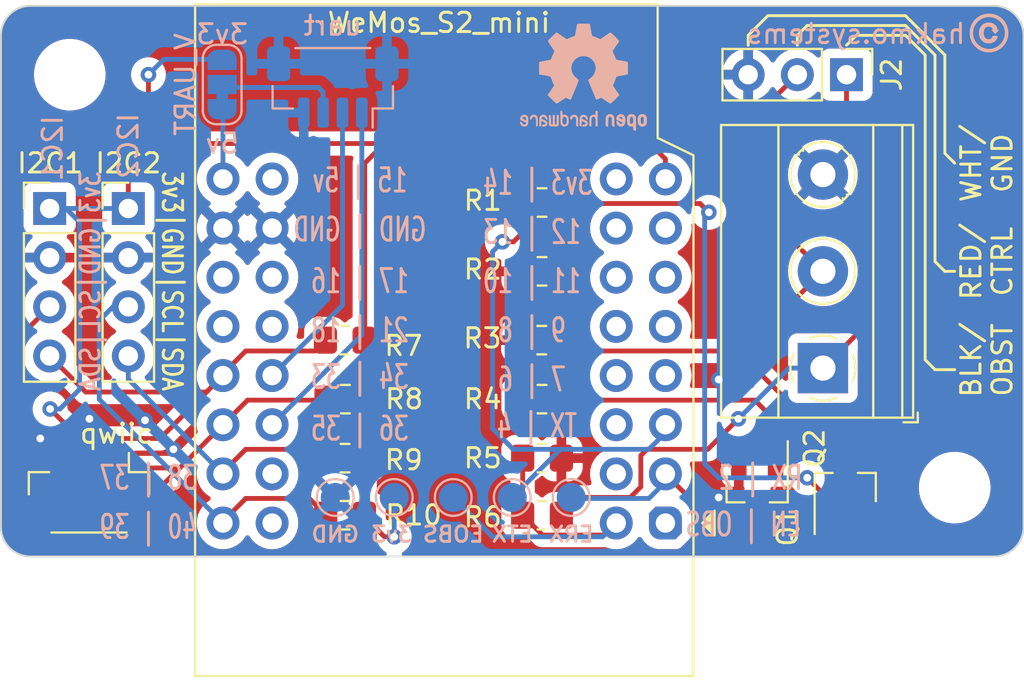
<source format=kicad_pcb>
(kicad_pcb (version 20221018) (generator pcbnew)
  (layers (0 "F.Cu" signal) (31 "B.Cu" signal) (34 "B.Paste" user) (35 "F.Paste" user) (36 "B.SilkS" user "B.Silkscreen") (37 "F.SilkS" user "F.Silkscreen") (38 "B.Mask" user) (39 "F.Mask" user) (44 "Edge.Cuts" user))
  (net 0 "")
  (net 1 "BLK{slash}OBST")
  (net 2 "RED{slash}CTRL")
  (net 3 "GND")
  (net 4 "/SCL")
  (net 5 "/SDA")
  (net 6 "+3.3V")
  (net 7 "/SCL2")
  (net 8 "/SDA2")
  (net 9 "Net-(Q1-G)")
  (net 10 "/ESP_RX")
  (net 11 "Net-(Q2-G)")
  (net 12 "/ESP_TX")
  (net 13 "/ESP_OBST")
  (net 19 "+5V")
  (net 32 "/UART_TX")
  (net 33 "/UART_RX")
  (net 36 "/V_UART")
  (footprint "Resistor_SMD:R_0805_2012Metric_Pad1.20x1.40mm_HandSolder" (layer "F.Cu") (at 121.936 106.582 180)
    (fp_text reference "R6" (at 3.064 -0.098) (layer "F.SilkS"))
    (fp_text value "10k")
    (pad "1" smd roundrect (at -1 0 180) (size 1.2 1.4) (layers "F.Cu" "F.Paste" "F.Mask") (roundrect_rratio 0.2083333333) (net 1 "BLK{slash}OBST"))
    (pad "2" smd roundrect (at 1 0 180) (size 1.2 1.4) (layers "F.Cu" "F.Paste" "F.Mask") (roundrect_rratio 0.2083333333) (net 13 "/ESP_OBST"))
  )
  (footprint "Resistor_SMD:R_0805_2012Metric_Pad1.20x1.40mm_HandSolder" (layer "F.Cu") (at 121.936 100.584)
    (fp_text reference "R4" (at -3.064 0) (layer "F.SilkS"))
    (fp_text value "10k")
    (pad "1" smd roundrect (at -1 0) (size 1.2 1.4) (layers "F.Cu" "F.Paste" "F.Mask") (roundrect_rratio 0.2083333333) (net 2 "RED{slash}CTRL"))
    (pad "2" smd roundrect (at 1 0) (size 1.2 1.4) (layers "F.Cu" "F.Paste" "F.Mask") (roundrect_rratio 0.2083333333) (net 9 "Net-(Q1-G)"))
  )
  (footprint "MountingHole:MountingHole_3.2mm_M3" (layer "F.Cu") (at 97.536 83.82)
    (fp_text reference "H1" hide)
    (fp_text value "MountingHole" hide)
    (pad "" np_thru_hole circle (at 0 0) (size 3.2 3.2) (drill 3.2) (layers "*.Cu" "*.Mask"))
  )
  (footprint "Resistor_SMD:R_0805_2012Metric_Pad1.20x1.40mm_HandSolder" (layer "F.Cu") (at 111.76 106.582)
    (fp_text reference "R10" (at 3.54 0) (layer "F.SilkS"))
    (fp_text value "4k7")
    (pad "1" smd roundrect (at -1 0) (size 1.2 1.4) (layers "F.Cu" "F.Paste" "F.Mask") (roundrect_rratio 0.2083333333) (net 7 "/SCL2"))
    (pad "2" smd roundrect (at 1 0) (size 1.2 1.4) (layers "F.Cu" "F.Paste" "F.Mask") (roundrect_rratio 0.2083333333) (net 6 "+3.3V"))
  )
  (footprint "Resistor_SMD:R_0805_2012Metric_Pad1.20x1.40mm_HandSolder" (layer "F.Cu") (at 121.92 97.536)
    (fp_text reference "R3" (at -3.064 -0.098) (layer "F.SilkS"))
    (fp_text value "10k")
    (pad "1" smd roundrect (at -1 0) (size 1.2 1.4) (layers "F.Cu" "F.Paste" "F.Mask") (roundrect_rratio 0.2083333333) (net 3 "GND"))
    (pad "2" smd roundrect (at 1 0) (size 1.2 1.4) (layers "F.Cu" "F.Paste" "F.Mask") (roundrect_rratio 0.2083333333) (net 2 "RED{slash}CTRL"))
  )
  (footprint "Resistor_SMD:R_0805_2012Metric_Pad1.20x1.40mm_HandSolder" (layer "F.Cu") (at 121.936 93.98 180)
    (fp_text reference "R2" (at 3.064 0.098) (layer "F.SilkS"))
    (fp_text value "10k")
    (pad "1" smd roundrect (at -1 0 180) (size 1.2 1.4) (layers "F.Cu" "F.Paste" "F.Mask") (roundrect_rratio 0.2083333333) (net 12 "/ESP_TX"))
    (pad "2" smd roundrect (at 1 0 180) (size 1.2 1.4) (layers "F.Cu" "F.Paste" "F.Mask") (roundrect_rratio 0.2083333333) (net 3 "GND"))
  )
  (footprint "MountingHole:MountingHole_3.2mm_M3" (layer "F.Cu") (at 143.256 105.156)
    (fp_text reference "H2" hide)
    (fp_text value "MountingHole" hide)
    (pad "" np_thru_hole circle (at 0 0) (size 3.2 3.2) (drill 3.2) (layers "*.Cu" "*.Mask"))
  )
  (footprint "Resistor_SMD:R_0805_2012Metric_Pad1.20x1.40mm_HandSolder" (layer "F.Cu") (at 111.744 97.536)
    (fp_text reference "R7" (at 3.032 0.294) (layer "F.SilkS"))
    (fp_text value "4k7")
    (pad "1" smd roundrect (at -1 0) (size 1.2 1.4) (layers "F.Cu" "F.Paste" "F.Mask") (roundrect_rratio 0.2083333333) (net 5 "/SDA"))
    (pad "2" smd roundrect (at 1 0) (size 1.2 1.4) (layers "F.Cu" "F.Paste" "F.Mask") (roundrect_rratio 0.2083333333) (net 6 "+3.3V"))
  )
  (footprint "Resistor_SMD:R_0805_2012Metric_Pad1.20x1.40mm_HandSolder" (layer "F.Cu") (at 121.936 90.424 180)
    (fp_text reference "R1" (at 3.064 0.098) (layer "F.SilkS"))
    (fp_text value "1k")
    (pad "1" smd roundrect (at -1 0 180) (size 1.2 1.4) (layers "F.Cu" "F.Paste" "F.Mask") (roundrect_rratio 0.2083333333) (net 11 "Net-(Q2-G)"))
    (pad "2" smd roundrect (at 1 0 180) (size 1.2 1.4) (layers "F.Cu" "F.Paste" "F.Mask") (roundrect_rratio 0.2083333333) (net 12 "/ESP_TX"))
  )
  (footprint "TerminalBlock_Phoenix:TerminalBlock_Phoenix_MKDS-1,5-3_1x03_P5.00mm_Horizontal" (layer "F.Cu") (at 136.449 98.98 90)
    (fp_text reference "J1" hide)
    (fp_text value "Screw_Terminal_01x03" hide)
    (pad "1" thru_hole rect (at 0 0 90) (size 2.6 2.6) (drill 1.3) (layers "*.Cu" "*.Mask") (net 1 "BLK{slash}OBST"))
    (pad "2" thru_hole circle (at 5 0 90) (size 2.6 2.6) (drill 1.3) (layers "*.Cu" "*.Mask") (net 2 "RED{slash}CTRL"))
    (pad "3" thru_hole circle (at 10 0 90) (size 2.6 2.6) (drill 1.3) (layers "*.Cu" "*.Mask") (net 3 "GND"))
  )
  (footprint "Package_TO_SOT_SMD:SOT-23_Handsoldering" (layer "F.Cu") (at 137.602 105.156 90)
    (fp_text reference "Q2" (at 2.032 -1.59 90) (layer "F.SilkS"))
    (fp_text value "AO3400A")
    (pad "1" smd rect (at -1.5 -0.95 90) (size 1.9 0.8) (layers "F.Cu" "F.Paste" "F.Mask") (net 11 "Net-(Q2-G)"))
    (pad "2" smd rect (at -1.5 0.95 90) (size 1.9 0.8) (layers "F.Cu" "F.Paste" "F.Mask") (net 3 "GND"))
    (pad "3" smd rect (at 1.5 0 90) (size 1.9 0.8) (layers "F.Cu" "F.Paste" "F.Mask") (net 2 "RED{slash}CTRL"))
  )
  (footprint "Connector_PinHeader_2.54mm:PinHeader_1x04_P2.54mm_Vertical" (layer "F.Cu") (at 96.496 90.733)
    (fp_text reference "J4" hide)
    (fp_text value "I2C1" (at 0.024 -2.341) (layer "F.SilkS"))
    (pad "1" thru_hole rect (at 0 0) (size 1.7 1.7) (drill 1) (layers "*.Cu" "*.Mask") (net 6 "+3.3V"))
    (pad "2" thru_hole oval (at 0 2.54) (size 1.7 1.7) (drill 1) (layers "*.Cu" "*.Mask") (net 3 "GND"))
    (pad "3" thru_hole oval (at 0 5.08) (size 1.7 1.7) (drill 1) (layers "*.Cu" "*.Mask") (net 4 "/SCL"))
    (pad "4" thru_hole oval (at 0 7.62) (size 1.7 1.7) (drill 1) (layers "*.Cu" "*.Mask") (net 5 "/SDA"))
  )
  (footprint "Resistor_SMD:R_0805_2012Metric_Pad1.20x1.40mm_HandSolder" (layer "F.Cu") (at 111.76 103.632)
    (fp_text reference "R9" (at 3.032 0.098) (layer "F.SilkS"))
    (fp_text value "4k7")
    (pad "1" smd roundrect (at -1 0) (size 1.2 1.4) (layers "F.Cu" "F.Paste" "F.Mask") (roundrect_rratio 0.2083333333) (net 8 "/SDA2"))
    (pad "2" smd roundrect (at 1 0) (size 1.2 1.4) (layers "F.Cu" "F.Paste" "F.Mask") (roundrect_rratio 0.2083333333) (net 6 "+3.3V"))
  )
  (footprint "Connector_PinHeader_2.54mm:PinHeader_1x03_P2.54mm_Vertical" (layer "F.Cu") (at 137.668 83.82 -90)
    (fp_text reference "J2" (at 0 -2.33 90) (layer "F.SilkS"))
    (fp_text value "Pinheader_01x03" hide)
    (pad "1" thru_hole rect (at 0 0 270) (size 1.7 1.7) (drill 1) (layers "*.Cu" "*.Mask") (net 1 "BLK{slash}OBST"))
    (pad "2" thru_hole oval (at 0 2.54 270) (size 1.7 1.7) (drill 1) (layers "*.Cu" "*.Mask") (net 2 "RED{slash}CTRL"))
    (pad "3" thru_hole oval (at 0 5.08 270) (size 1.7 1.7) (drill 1) (layers "*.Cu" "*.Mask") (net 3 "GND"))
  )
  (footprint "Resistor_SMD:R_0805_2012Metric_Pad1.20x1.40mm_HandSolder" (layer "F.Cu") (at 121.936 103.632)
    (fp_text reference "R5" (at -3.064 0) (layer "F.SilkS"))
    (fp_text value "10k")
    (pad "1" smd roundrect (at -1 0) (size 1.2 1.4) (layers "F.Cu" "F.Paste" "F.Mask") (roundrect_rratio 0.2083333333) (net 13 "/ESP_OBST"))
    (pad "2" smd roundrect (at 1 0) (size 1.2 1.4) (layers "F.Cu" "F.Paste" "F.Mask") (roundrect_rratio 0.2083333333) (net 3 "GND"))
  )
  (footprint "footprints:WEMOS_S2_mini" (layer "F.Cu") (at 128.3105 106.986 180)
    (fp_text reference "U1" hide)
    (fp_text value "WeMos_S2_mini" (at 11.7 25.85) (layer "F.SilkS"))
    (pad "1" thru_hole roundrect (at 0 0 180) (size 1.7 1.7) (drill 1) (layers "*.Cu" "*.Mask") (roundrect_rratio 0.35) (chamfer_ratio 0.2) (chamfer top_left bottom_right))
    (pad "2" thru_hole circle (at 0 2.54 180) (size 1.7 1.7) (drill 1) (layers "*.Cu" "*.Mask") (net 10 "/ESP_RX"))
    (pad "3" thru_hole circle (at 0 5.08 180) (size 1.7 1.7) (drill 1) (layers "*.Cu" "*.Mask") (net 12 "/ESP_TX"))
    (pad "4" thru_hole circle (at 0 7.62 180) (size 1.7 1.7) (drill 1) (layers "*.Cu" "*.Mask"))
    (pad "5" thru_hole circle (at 0 10.16 180) (size 1.7 1.7) (drill 1) (layers "*.Cu" "*.Mask"))
    (pad "6" thru_hole circle (at 0 12.7 180) (size 1.7 1.7) (drill 1) (layers "*.Cu" "*.Mask"))
    (pad "7" thru_hole circle (at 0 15.24 180) (size 1.7 1.7) (drill 1) (layers "*.Cu" "*.Mask"))
    (pad "8" thru_hole circle (at 0 17.78 180) (size 1.7 1.7) (drill 1) (layers "*.Cu" "*.Mask") (net 6 "+3.3V"))
    (pad "9" thru_hole circle (at 22.86 17.78 180) (size 1.7 1.7) (drill 1) (layers "*.Cu" "*.Mask") (net 19 "+5V"))
    (pad "10" thru_hole circle (at 22.86 15.24 180) (size 1.7 1.7) (drill 1) (layers "*.Cu" "*.Mask") (net 3 "GND"))
    (pad "11" thru_hole circle (at 22.86 12.7 180) (size 1.7 1.7) (drill 1) (layers "*.Cu" "*.Mask"))
    (pad "12" thru_hole circle (at 22.86 10.16 180) (size 1.7 1.7) (drill 1) (layers "*.Cu" "*.Mask"))
    (pad "13" thru_hole circle (at 22.86 7.62 180) (size 1.7 1.7) (drill 1) (layers "*.Cu" "*.Mask") (net 5 "/SDA"))
    (pad "14" thru_hole circle (at 22.86 5.08 180) (size 1.7 1.7) (drill 1) (layers "*.Cu" "*.Mask") (net 4 "/SCL"))
    (pad "15" thru_hole circle (at 22.86 2.54 180) (size 1.7 1.7) (drill 1) (layers "*.Cu" "*.Mask") (net 8 "/SDA2"))
    (pad "16" thru_hole circle (at 22.86 0 180) (size 1.7 1.7) (drill 1) (layers "*.Cu" "*.Mask") (net 7 "/SCL2"))
    (pad "17" thru_hole circle (at 2.54 0 180) (size 1.7 1.7) (drill 1) (layers "*.Cu" "*.Mask") (net 13 "/ESP_OBST"))
    (pad "18" thru_hole circle (at 2.54 2.54 180) (size 1.7 1.7) (drill 1) (layers "*.Cu" "*.Mask"))
    (pad "19" thru_hole circle (at 2.54 5.08 180) (size 1.7 1.7) (drill 1) (layers "*.Cu" "*.Mask"))
    (pad "20" thru_hole circle (at 2.54 7.62 180) (size 1.7 1.7) (drill 1) (layers "*.Cu" "*.Mask"))
    (pad "21" thru_hole circle (at 2.54 10.16 180) (size 1.7 1.7) (drill 1) (layers "*.Cu" "*.Mask"))
    (pad "22" thru_hole circle (at 2.54 12.7 180) (size 1.7 1.7) (drill 1) (layers "*.Cu" "*.Mask"))
    (pad "23" thru_hole circle (at 2.54 15.24 180) (size 1.7 1.7) (drill 1) (layers "*.Cu" "*.Mask"))
    (pad "24" thru_hole circle (at 2.54 17.78 180) (size 1.7 1.7) (drill 1) (layers "*.Cu" "*.Mask"))
    (pad "25" thru_hole circle (at 20.32 17.78 180) (size 1.7 1.7) (drill 1) (layers "*.Cu" "*.Mask"))
    (pad "26" thru_hole circle (at 20.32 15.24 180) (size 1.7 1.7) (drill 1) (layers "*.Cu" "*.Mask") (net 3 "GND"))
    (pad "27" thru_hole circle (at 20.32 12.7 180) (size 1.7 1.7) (drill 1) (layers "*.Cu" "*.Mask"))
    (pad "28" thru_hole circle (at 20.32 10.16 180) (size 1.7 1.7) (drill 1) (layers "*.Cu" "*.Mask"))
    (pad "29" thru_hole circle (at 20.32 7.62 180) (size 1.7 1.7) (drill 1) (layers "*.Cu" "*.Mask") (net 32 "/UART_TX"))
    (pad "30" thru_hole circle (at 20.32 5.08 180) (size 1.7 1.7) (drill 1) (layers "*.Cu" "*.Mask") (net 33 "/UART_RX"))
    (pad "31" thru_hole circle (at 20.32 2.54 180) (size 1.7 1.7) (drill 1) (layers "*.Cu" "*.Mask"))
    (pad "32" thru_hole circle (at 20.32 0 180) (size 1.7 1.7) (drill 1) (layers "*.Cu" "*.Mask"))
    (zone (net 0) (net_name "") (layers "F&B.Cu" "F.Fab") (connect_pads (clearance 0)) (min_thickness 0.25)
      (keepout (tracks not_allowed) (vias not_allowed) (pads not_allowed) (copperpour not_allowed) (footprints allowed))
      (fill (thermal_gap 0.5) (thermal_bridge_width 0.5))
      (polygon (pts (xy 129.8105 114.986) (xy 103.9105 114.986) (xy 103.9105 108.786) (xy 129.8105 108.786)))
    )
  )
  (footprint "Connector_PinHeader_2.54mm:PinHeader_1x04_P2.54mm_Vertical" (layer "F.Cu") (at 100.56 90.733)
    (fp_text reference "J5" hide)
    (fp_text value "I2C2" (at 0 -2.341) (layer "F.SilkS"))
    (pad "1" thru_hole rect (at 0 0) (size 1.7 1.7) (drill 1) (layers "*.Cu" "*.Mask") (net 6 "+3.3V"))
    (pad "2" thru_hole oval (at 0 2.54) (size 1.7 1.7) (drill 1) (layers "*.Cu" "*.Mask") (net 3 "GND"))
    (pad "3" thru_hole oval (at 0 5.08) (size 1.7 1.7) (drill 1) (layers "*.Cu" "*.Mask") (net 7 "/SCL2"))
    (pad "4" thru_hole oval (at 0 7.62) (size 1.7 1.7) (drill 1) (layers "*.Cu" "*.Mask") (net 8 "/SDA2"))
  )
  (footprint "Resistor_SMD:R_0805_2012Metric_Pad1.20x1.40mm_HandSolder" (layer "F.Cu") (at 111.776 100.584 180)
    (fp_text reference "R8" (at -3.032 0) (layer "F.SilkS"))
    (fp_text value "4k7")
    (pad "1" smd roundrect (at -1 0 180) (size 1.2 1.4) (layers "F.Cu" "F.Paste" "F.Mask") (roundrect_rratio 0.2083333333) (net 6 "+3.3V"))
    (pad "2" smd roundrect (at 1 0 180) (size 1.2 1.4) (layers "F.Cu" "F.Paste" "F.Mask") (roundrect_rratio 0.2083333333) (net 4 "/SCL"))
  )
  (footprint "Package_TO_SOT_SMD:SOT-23_Handsoldering" (layer "F.Cu") (at 133.052 105.156 -90)
    (fp_text reference "Q1" (at 2.032 -1.568 -90) (layer "F.SilkS"))
    (fp_text value "2N7002")
    (pad "1" smd rect (at -1.5 -0.95 270) (size 1.9 0.8) (layers "F.Cu" "F.Paste" "F.Mask") (net 9 "Net-(Q1-G)"))
    (pad "2" smd rect (at -1.5 0.95 270) (size 1.9 0.8) (layers "F.Cu" "F.Paste" "F.Mask") (net 3 "GND"))
    (pad "3" smd rect (at 1.5 0 270) (size 1.9 0.8) (layers "F.Cu" "F.Paste" "F.Mask") (net 10 "/ESP_RX"))
  )
  (footprint "Connector_JST:JST_SH_BM04B-SRSS-TB_1x04-1MP_P1.00mm_Vertical" (layer "F.Cu") (at 98.528 105.465 180)
    (fp_text reference "J3" hide)
    (fp_text value "qwiic" (at -1.421 3.103) (layer "F.SilkS"))
    (pad "1" smd roundrect (at -1.5 1.325 180) (size 0.6 1.55) (layers "F.Cu" "F.Paste" "F.Mask") (net 4 "/SCL"))
    (pad "2" smd roundrect (at -0.5 1.325 180) (size 0.6 1.55) (layers "F.Cu" "F.Paste" "F.Mask") (net 5 "/SDA"))
    (pad "3" smd roundrect (at 0.5 1.325 180) (size 0.6 1.55) (layers "F.Cu" "F.Paste" "F.Mask") (net 6 "+3.3V"))
    (pad "4" smd roundrect (at 1.5 1.325 180) (size 0.6 1.55) (layers "F.Cu" "F.Paste" "F.Mask") (net 3 "GND"))
    (pad "MP" smd roundrect (at -2.8 -1.2 180) (size 1.2 1.8) (layers "F.Cu" "F.Paste" "F.Mask") (roundrect_rratio 0.2083333333) (net 3 "GND"))
    (pad "MP" smd roundrect (at 2.8 -1.2 180) (size 1.2 1.8) (layers "F.Cu" "F.Paste" "F.Mask") (roundrect_rratio 0.2083333333) (net 3 "GND"))
  )
  (footprint "Connector_JST:JST_SH_BM04B-SRSS-TB_1x04-1MP_P1.00mm_Vertical" (layer "B.Cu") (at 111.125 84.455 180)
    (fp_text reference "J6" hide)
    (fp_text value "uart" (at 0 3.175) (layer "B.SilkS") (effects (justify mirror)))
    (pad "1" smd roundrect (at -1.5 -1.325 180) (size 0.6 1.55) (layers "B.Cu" "B.Paste" "B.Mask") (net 33 "/UART_RX"))
    (pad "2" smd roundrect (at -0.5 -1.325 180) (size 0.6 1.55) (layers "B.Cu" "B.Paste" "B.Mask") (net 32 "/UART_TX"))
    (pad "3" smd roundrect (at 0.5 -1.325 180) (size 0.6 1.55) (layers "B.Cu" "B.Paste" "B.Mask") (net 36 "/V_UART"))
    (pad "4" smd roundrect (at 1.5 -1.325 180) (size 0.6 1.55) (layers "B.Cu" "B.Paste" "B.Mask") (net 3 "GND"))
    (pad "MP" smd roundrect (at -2.8 1.2 180) (size 1.2 1.8) (layers "B.Cu" "B.Paste" "B.Mask") (roundrect_rratio 0.2083333333) (net 3 "GND"))
    (pad "MP" smd roundrect (at 2.8 1.2 180) (size 1.2 1.8) (layers "B.Cu" "B.Paste" "B.Mask") (roundrect_rratio 0.2083333333) (net 3 "GND"))
  )
  (footprint "TestPoint:TestPoint_Pad_D1.5mm" (layer "B.Cu") (at 111.252 105.664 -90)
    (fp_text reference "TP5" hide)
    (fp_text value "GND" (at 1.905 0 -180) (layer "B.SilkS") (effects (font (size 0.8 0.8)) (justify mirror)))
    (pad "1" smd circle (at 0 0 270) (size 1.5 1.5) (layers "B.Cu" "B.Mask") (net 3 "GND"))
  )
  (footprint "TestPoint:TestPoint_Pad_D1.5mm" (layer "B.Cu") (at 120.396 105.664 -90)
    (fp_text reference "TP1" hide)
    (fp_text value "ETX" (at 1.905 0 180) (layer "B.SilkS") (effects (font (size 0.8 0.8)) (justify mirror)))
    (pad "1" smd circle (at 0 0 270) (size 1.5 1.5) (layers "B.Cu" "B.Mask") (net 12 "/ESP_TX"))
  )
  (footprint "modules:CC-SA-2mm" (layer "B.Cu") (at 145.034 81.661 180)
    (fp_text reference "G***" hide)
    (fp_text value "LOGO" hide)
  )
  (footprint "TestPoint:TestPoint_Pad_D1.5mm" (layer "B.Cu") (at 117.348 105.664 -90)
    (fp_text reference "TP3" hide)
    (fp_text value "EOBS" (at 1.905 0 180) (layer "B.SilkS") (effects (font (size 0.8 0.8)) (justify mirror)))
    (pad "1" smd circle (at 0 0 270) (size 1.5 1.5) (layers "B.Cu" "B.Mask") (net 13 "/ESP_OBST"))
  )
  (footprint "Jumper:SolderJumper-3_P1.3mm_Bridged12_RoundedPad1.0x1.5mm_NumberLabels" (layer "B.Cu") (at 105.41 84.328 90)
    (fp_text reference "JP1" hide)
    (fp_text value "V_UART" (at 0 -1.9 90) (layer "B.SilkS") (effects (justify mirror)))
    (fp_text user "5v" (at -3.048 0 180) (layer "B.SilkS") (effects (justify mirror)))
    (fp_text user "3v3" (at 2.6 0 180) (layer "B.SilkS") (effects (justify mirror)))
    (fp_poly (pts (xy -0.9 0.3) (xy -0.4 0.3) (xy -0.4 -0.3) (xy -0.9 -0.3)) (fill solid) (layer "B.Cu"))
    (pad "1" smd custom (at -1.3 0 90) (size 1 0.5) (layers "B.Cu" "B.Mask") (net 19 "+5V") (options (clearance outline) (anchor rect)) (primitives (gr_poly (pts (xy 0.55 -0.75) (xy 0 -0.75) (xy 0 0.75) (xy 0.55 0.75)) (width 0) (fill yes)) (gr_circle (center 0 -0.25) (end 0.5 -0.25) (width 0) (fill yes)) (gr_circle (center 0 0.25) (end 0.5 0.25) (width 0) (fill yes))))
    (pad "2" smd rect (at 0 0 90) (size 1 1.5) (layers "B.Cu" "B.Mask") (net 36 "/V_UART"))
    (pad "3" smd custom (at 1.3 0 90) (size 1 0.5) (layers "B.Cu" "B.Mask") (net 6 "+3.3V") (options (clearance outline) (anchor rect)) (primitives (gr_circle (center 0 -0.25) (end 0.5 -0.25) (width 0) (fill yes)) (gr_circle (center 0 0.25) (end 0.5 0.25) (width 0) (fill yes)) (gr_poly (pts (xy 0 -0.75) (xy -0.55 -0.75) (xy -0.55 0.75) (xy 0 0.75)) (width 0) (fill yes))))
  )
  (footprint "TestPoint:TestPoint_Pad_D1.5mm" (layer "B.Cu") (at 123.444 105.664 -90)
    (fp_text reference "TP2" hide)
    (fp_text value "ERX" (at 1.905 0 180) (layer "B.SilkS") (effects (font (size 0.8 0.8)) (justify mirror)))
    (pad "1" smd circle (at 0 0 270) (size 1.5 1.5) (layers "B.Cu" "B.Mask") (net 10 "/ESP_RX"))
  )
  (footprint "Symbol:OSHW-Logo2_7.3x6mm_SilkScreen" (layer "B.Cu") (at 124.079 83.947 180)
    (fp_text reference "REF**" hide)
    (fp_text value "OSHW-Logo2_7.3x6mm_SilkScreen" hide)
  )
  (footprint "TestPoint:TestPoint_Pad_D1.5mm" (layer "B.Cu") (at 114.3 105.664 -90)
    (fp_text reference "TP4" hide)
    (fp_text value "3v3" (at 1.905 0.127 -180) (layer "B.SilkS") (effects (font (size 0.8 0.8)) (justify mirror)))
    (pad "1" smd circle (at 0 0 270) (size 1.5 1.5) (layers "B.Cu" "B.Mask") (net 6 "+3.3V"))
  )
  (gr_line (start 143.256 99.06) (end 142.24 99.06) (stroke (width 0.15)) (layer "F.SilkS"))
  (gr_line (start 142.748 93.98) (end 142.24 93.472) (stroke (width 0.15)) (layer "F.SilkS"))
  (gr_line (start 135.636 81.28) (end 135.128 81.788) (stroke (width 0.15)) (layer "F.SilkS"))
  (gr_line (start 142.748 87.884) (end 142.748 82.804) (stroke (width 0.15)) (layer "F.SilkS"))
  (gr_line (start 142.24 99.06) (end 141.732 98.552) (stroke (width 0.15)) (layer "F.SilkS"))
  (gr_line (start 140.716 81.28) (end 135.636 81.28) (stroke (width 0.15)) (layer "F.SilkS"))
  (gr_line (start 143.256 93.98) (end 142.748 93.98) (stroke (width 0.15)) (layer "F.SilkS"))
  (gr_line (start 141.732 82.804) (end 140.716 81.788) (stroke (width 0.15)) (layer "F.SilkS"))
  (gr_line (start 142.24 82.804) (end 140.716 81.28) (stroke (width 0.15)) (layer "F.SilkS"))
  (gr_line (start 140.716 81.788) (end 138.176 81.788) (stroke (width 0.15)) (layer "F.SilkS"))
  (gr_line (start 142.748 82.804) (end 140.716 80.772) (stroke (width 0.15)) (layer "F.SilkS"))
  (gr_line (start 135.128 81.788) (end 135.128 82.296) (stroke (width 0.15)) (layer "F.SilkS"))
  (gr_line (start 141.732 98.552) (end 141.732 82.804) (stroke (width 0.15)) (layer "F.SilkS"))
  (gr_line (start 143.256 88.392) (end 142.748 87.884) (stroke (width 0.15)) (layer "F.SilkS"))
  (gr_line (start 132.588 81.788) (end 133.604 80.772) (stroke (width 0.15)) (layer "F.SilkS"))
  (gr_line (start 142.24 93.472) (end 142.24 82.804) (stroke (width 0.15)) (layer "F.SilkS"))
  (gr_line (start 132.588 81.788) (end 132.588 82.296) (stroke (width 0.15)) (layer "F.SilkS"))
  (gr_line (start 140.716 80.772) (end 133.604 80.772) (stroke (width 0.15)) (layer "F.SilkS"))
  (gr_line (start 138.176 81.788) (end 137.668 82.296) (stroke (width 0.15)) (layer "F.SilkS"))
  (gr_arc (start 93.98 81.788) (mid 94.426369 80.710369) (end 95.504 80.264) (stroke (width 0.1)) (layer "Edge.Cuts"))
  (gr_line (start 95.504 108.712) (end 145.288 108.712) (stroke (width 0.1)) (layer "Edge.Cuts"))
  (gr_line (start 93.98 81.788) (end 93.98 107.188) (stroke (width 0.1)) (layer "Edge.Cuts"))
  (gr_arc (start 145.288 80.264) (mid 146.365631 80.710369) (end 146.812 81.788) (stroke (width 0.1)) (layer "Edge.Cuts"))
  (gr_arc (start 146.812 107.188) (mid 146.365631 108.265631) (end 145.288 108.712) (stroke (width 0.1)) (layer "Edge.Cuts"))
  (gr_arc (start 95.504 108.712) (mid 94.426369 108.265631) (end 93.98 107.188) (stroke (width 0.1)) (layer "Edge.Cuts"))
  (gr_line (start 145.288 80.264) (end 95.504 80.264) (stroke (width 0.1)) (layer "Edge.Cuts"))
  (gr_line (start 146.812 107.188) (end 146.812 81.788) (stroke (width 0.1)) (layer "Edge.Cuts"))
  (gr_text "TX | 4" (at 121.666 101.981) (layer "B.SilkS") (effects (font (size 1.2 0.8)) (justify mirror)))
  (gr_text "12 | 13" (at 121.412 91.948) (layer "B.SilkS") (effects (font (size 1.2 0.8)) (justify mirror)))
  (gr_text "17 | 16" (at 112.522 94.488) (layer "B.SilkS") (effects (font (size 1.2 0.8)) (justify mirror)))
  (gr_text "GND | GND" (at 112.522 91.821) (layer "B.SilkS") (effects (font (size 1.2 0.8)) (justify mirror)))
  (gr_text "9 | 8" (at 121.412 97.028) (layer "B.SilkS") (effects (font (size 1.2 0.8)) (justify mirror)))
  (gr_text "I2C2" (at 100.56 87.503 90) (layer "B.SilkS") (effects (font (size 1 1)) (justify mirror)))
  (gr_text "38 | 37" (at 101.6 104.648) (layer "B.SilkS") (effects (font (size 1.2 0.8)) (justify mirror)))
  (gr_text "I2C1" (at 96.647 87.63 90) (layer "B.SilkS") (effects (font (size 1 1)) (justify mirror)))
  (gr_text "3v3 | 14 \n" (at 121.412 89.408) (layer "B.SilkS") (effects (font (size 1.2 0.8)) (justify mirror)))
  (gr_text "11 | 10" (at 121.412 94.488) (layer "B.SilkS") (effects (font (size 1.2 0.8)) (justify mirror)))
  (gr_text "21 | 18" (at 112.522 97.028) (layer "B.SilkS") (effects (font (size 1.2 0.8)) (justify mirror)))
  (gr_text "36 | 35" (at 112.522 102.108) (layer "B.SilkS") (effects (font (size 1.2 0.8)) (justify mirror)))
  (gr_text "RX | 2" (at 133.223 104.648) (layer "B.SilkS") (effects (font (size 1.2 0.8)) (justify mirror)))
  (gr_text "34 | 33" (at 112.522 99.441) (layer "B.SilkS") (effects (font (size 1.2 0.8)) (justify mirror)))
  (gr_text "3v3|GND|SCL|SDA" (at 99.187 94.488 90) (layer "B.SilkS") (effects (font (size 1 0.8)) (justify bottom mirror)))
  (gr_text "40 | 39" (at 101.6 107.188) (layer "B.SilkS") (effects (font (size 1.2 0.8)) (justify mirror)))
  (gr_text "15 | 5v" (at 112.522 89.281) (layer "B.SilkS") (effects (font (size 1.2 0.8)) (justify mirror)))
  (gr_text "7 | 6" (at 121.412 99.568) (layer "B.SilkS") (effects (font (size 1.2 0.8)) (justify mirror)))
  (gr_text "EN | OBS" (at 132.334 107.061) (layer "B.SilkS") (effects (font (size 1.2 0.8)) (justify mirror)))
  (gr_text "hakmo.systems" (at 143.891 82.296) (layer "B.SilkS") (effects (font (size 1 1)) (justify left bottom mirror)))
  (gr_text "WHT/\nGND" (at 146.304 88.392 90) (layer "F.SilkS") (effects (font (size 1 1)) (justify bottom)))
  (gr_text "BLK/\nOBST" (at 146.304 98.552 90) (layer "F.SilkS") (effects (font (size 1 1)) (justify bottom)))
  (gr_text "3v3|GND|SCL|SDA" (at 102.235 94.488 270) (layer "F.SilkS") (effects (font (size 1 0.8)) (justify bottom)))
  (gr_text "RED/\nCTRL" (at 146.304 93.472 90) (layer "F.SilkS") (effects (font (size 1 1)) (justify bottom)))
  (segment (start 139.192 86.868) (end 137.668 85.344) (width 0.25) (layer "F.Cu") (net 1))
  (segment (start 137.668 85.344) (end 137.668 83.82) (width 0.25) (layer "F.Cu") (net 1))
  (segment (start 127.361 103.175999) (end 130.504001 103.175999) (width 0.25) (layer "F.Cu") (net 1))
  (segment (start 126.492 105.664) (end 127.040499 105.115501) (width 0.25) (layer "F.Cu") (net 1))
  (segment (start 127.040499 105.115501) (end 127.040499 103.4965) (width 0.25) (layer "F.Cu") (net 1))
  (segment (start 139.192 96.237) (end 139.192 86.868) (width 0.25) (layer "F.Cu") (net 1))
  (segment (start 127.040499 103.4965) (end 127.361 103.175999) (width 0.25) (layer "F.Cu") (net 1))
  (segment (start 123.854 105.664) (end 126.492 105.664) (width 0.25) (layer "F.Cu") (net 1))
  (segment (start 122.936 106.582) (end 123.854 105.664) (width 0.25) (layer "F.Cu") (net 1))
  (segment (start 130.504001 103.175999) (end 132.08 101.6) (width 0.25) (layer "F.Cu") (net 1))
  (segment (start 136.449 98.98) (end 139.192 96.237) (width 0.25) (layer "F.Cu") (net 1))
  (via (at 132.08 101.6) (size 0.8) (drill 0.4) (layers "F.Cu" "B.Cu") (net 1))
  (segment (start 134.7 98.98) (end 136.449 98.98) (width 0.25) (layer "B.Cu") (net 1))
  (segment (start 132.08 101.6) (end 134.7 98.98) (width 0.25) (layer "B.Cu") (net 1))
  (segment (start 132.333001 98.095999) (end 136.449 93.98) (width 0.25) (layer "F.Cu") (net 2))
  (segment (start 122.936 98.552) (end 122.428 99.06) (width 0.25) (layer "F.Cu") (net 2))
  (segment (start 132.333001 98.387001) (end 132.333001 98.095999) (width 0.25) (layer "F.Cu") (net 2))
  (segment (start 120.936 100.044) (end 120.936 100.682) (width 0.25) (layer "F.Cu") (net 2))
  (segment (start 122.936 97.536) (end 123.495999 98.095999) (width 0.25) (layer "F.Cu") (net 2))
  (segment (start 134.112 84.836) (end 134.112 91.643) (width 0.25) (layer "F.Cu") (net 2))
  (segment (start 122.428 99.06) (end 121.92 99.06) (width 0.25) (layer "F.Cu") (net 2))
  (segment (start 135.128 83.82) (end 134.112 84.836) (width 0.25) (layer "F.Cu") (net 2))
  (segment (start 121.92 99.06) (end 120.936 100.044) (width 0.25) (layer "F.Cu") (net 2))
  (segment (start 137.602 103.656) (end 132.333001 98.387001) (width 0.25) (layer "F.Cu") (net 2))
  (segment (start 122.936 97.536) (end 122.936 98.552) (width 0.25) (layer "F.Cu") (net 2))
  (segment (start 134.112 91.643) (end 136.449 93.98) (width 0.25) (layer "F.Cu") (net 2))
  (segment (start 123.495999 98.095999) (end 132.333001 98.095999) (width 0.25) (layer "F.Cu") (net 2))
  (via (at 102.893359 103.176418) (size 0.8) (drill 0.4) (layers "F.Cu" "B.Cu") (net 3))
  (via (at 96.012 102.616) (size 0.8) (drill 0.4) (layers "F.Cu" "B.Cu") (net 3))
  (via (at 101.422942 101.677656) (size 0.8) (drill 0.4) (layers "F.Cu" "B.Cu") (net 3))
  (via (at 131.064 99.568) (size 0.8) (drill 0.4) (layers "F.Cu" "B.Cu") (net 3))
  (via (at 131.064 105.664) (size 0.8) (drill 0.4) (layers "F.Cu" "B.Cu") (net 3))
  (via (at 98.552 101.6) (size 0.8) (drill 0.4) (layers "F.Cu" "B.Cu") (net 3))
  (segment (start 95.179999 105.339999) (end 94.996 105.156) (width 0.25) (layer "F.Cu") (net 4))
  (segment (start 103.2165 104.14) (end 105.4505 101.906) (width 0.25) (layer "F.Cu") (net 4))
  (segment (start 110.776 100.384999) (end 110.525 100.635999) (width 0.25) (layer "F.Cu") (net 4))
  (segment (start 106.720501 100.635999) (end 110.525 100.635999) (width 0.25) (layer "F.Cu") (net 4))
  (segment (start 94.996 105.156) (end 94.996 97.313) (width 0.25) (layer "F.Cu") (net 4))
  (segment (start 102.024 105.3325) (end 103.2165 104.14) (width 0.25) (layer "F.Cu") (net 4))
  (segment (start 94.996 97.313) (end 96.496 95.813) (width 0.25) (layer "F.Cu") (net 4))
  (segment (start 102.024 105.339999) (end 95.179999 105.339999) (width 0.25) (layer "F.Cu") (net 4))
  (segment (start 103.124 104.14) (end 103.2165 104.14) (width 0.25) (layer "F.Cu") (net 4))
  (segment (start 100.028 104.14) (end 103.124 104.14) (width 0.25) (layer "F.Cu") (net 4))
  (segment (start 105.4505 101.906) (end 106.720501 100.635999) (width 0.25) (layer "F.Cu") (net 4))
  (segment (start 102.024 105.339999) (end 102.024 105.3325) (width 0.25) (layer "F.Cu") (net 4))
  (segment (start 106.628001 98.095999) (end 105.4505 99.2735) (width 0.25) (layer "F.Cu") (net 5))
  (segment (start 110.776 97.504) (end 110.184001 98.095999) (width 0.25) (layer "F.Cu") (net 5))
  (segment (start 105.4505 99.366) (end 104.69425 100.12225) (width 0.25) (layer "F.Cu") (net 5))
  (segment (start 104.69425 100.12225) (end 102.2005 102.616) (width 0.25) (layer "F.Cu") (net 5))
  (segment (start 99.568 102.616) (end 102.108 102.616) (width 0.25) (layer "F.Cu") (net 5))
  (segment (start 104.6005 100.216) (end 102.616 100.216) (width 0.25) (layer "F.Cu") (net 5))
  (segment (start 99.028 103.156) (end 99.568 102.616) (width 0.25) (layer "F.Cu") (net 5))
  (segment (start 98.359 100.216) (end 96.496 98.353) (width 0.25) (layer "F.Cu") (net 5))
  (segment (start 104.69425 100.12225) (end 104.6005 100.216) (width 0.25) (layer "F.Cu") (net 5))
  (segment (start 102.2005 102.616) (end 102.108 102.616) (width 0.25) (layer "F.Cu") (net 5))
  (segment (start 105.4505 99.2735) (end 105.4505 99.366) (width 0.25) (layer "F.Cu") (net 5))
  (segment (start 102.616 100.216) (end 98.359 100.216) (width 0.25) (layer "F.Cu") (net 5))
  (segment (start 99.028 104.14) (end 99.028 103.156) (width 0.25) (layer "F.Cu") (net 5))
  (segment (start 110.184001 98.095999) (end 106.628001 98.095999) (width 0.25) (layer "F.Cu") (net 5))
  (segment (start 100.56 88.416) (end 100.56 90.733) (width 0.25) (layer "F.Cu") (net 6))
  (segment (start 101.6 87.376) (end 100.56 88.416) (width 0.25) (layer "F.Cu") (net 6))
  (segment (start 112.776 106.582) (end 112.776 103.632) (width 0.25) (layer "F.Cu") (net 6))
  (segment (start 128.3105 88.1785) (end 127.508 87.376) (width 0.25) (layer "F.Cu") (net 6))
  (segment (start 101.6 87.376) (end 101.6 83.82) (width 0.25) (layer "F.Cu") (net 6))
  (segment (start 127.508 87.376) (end 113.792 87.376) (width 0.25) (layer "F.Cu") (net 6))
  (segment (start 113.792 87.376) (end 101.6 87.376) (width 0.25) (layer "F.Cu") (net 6))
  (segment (start 113.792 87.376) (end 112.776 88.392) (width 0.25) (layer "F.Cu") (net 6))
  (segment (start 112.776 100.29) (end 112.776 97.34) (width 0.25) (layer "F.Cu") (net 6))
  (segment (start 112.776 88.392) (end 112.776 97.34) (width 0.25) (layer "F.Cu") (net 6))
  (segment (start 112.776 106.68) (end 113.792 107.696) (width 0.25) (layer "F.Cu") (net 6))
  (segment (start 128.3105 89.206) (end 128.3105 88.1785) (width 0.25) (layer "F.Cu") (net 6))
  (segment (start 98.028 102.6) (end 98.028 104.14) (width 0.25) (layer "F.Cu") (net 6))
  (segment (start 113.792 107.696) (end 114.3 107.696) (width 0.25) (layer "F.Cu") (net 6))
  (segment (start 96.52 101.092) (end 98.028 102.6) (width 0.25) (layer "F.Cu") (net 6))
  (segment (start 112.776 106.582) (end 112.776 106.68) (width 0.25) (layer "F.Cu") (net 6))
  (segment (start 112.776 103.632) (end 112.776 100.29) (width 0.25) (layer "F.Cu") (net 6))
  (via (at 114.3 107.696) (size 0.8) (drill 0.4) (layers "F.Cu" "B.Cu") (net 6))
  (via (at 101.6 83.82) (size 0.8) (drill 0.4) (layers "F.Cu" "B.Cu") (net 6))
  (via (at 96.52 101.092) (size 0.8) (drill 0.4) (layers "F.Cu" "B.Cu") (net 6))
  (segment (start 102.392 83.028) (end 101.6 83.82) (width 0.25) (layer "B.Cu") (net 6))
  (segment (start 96.496 90.733) (end 100.56 90.733) (width 0.25) (layer "B.Cu") (net 6))
  (segment (start 97.028 101.092) (end 96.52 101.092) (width 0.25) (layer "B.Cu") (net 6))
  (segment (start 96.496 90.733) (end 97.337 90.733) (width 0.25) (layer "B.Cu") (net 6))
  (segment (start 97.337 90.733) (end 98.044 91.44) (width 0.25) (layer "B.Cu") (net 6))
  (segment (start 105.41 83.028) (end 102.392 83.028) (width 0.25) (layer "B.Cu") (net 6))
  (segment (start 98.044 100.076) (end 97.028 101.092) (width 0.25) (layer "B.Cu") (net 6))
  (segment (start 98.044 91.44) (end 98.044 100.076) (width 0.25) (layer "B.Cu") (net 6))
  (segment (start 114.3 107.696) (end 114.3 105.664) (width 0.25) (layer "B.Cu") (net 6))
  (segment (start 105.4505 106.8935) (end 106.6255 105.7185) (width 0.25) (layer "F.Cu") (net 7))
  (segment (start 106.6255 105.7185) (end 106.6255 105.715999) (width 0.25) (layer "F.Cu") (net 7))
  (segment (start 106.6255 105.715999) (end 109.909999 105.715999) (width 0.25) (layer "F.Cu") (net 7))
  (segment (start 109.909999 105.715999) (end 110.776 106.582) (width 0.25) (layer "F.Cu") (net 7))
  (segment (start 105.4505 106.986) (end 105.4505 106.8935) (width 0.25) (layer "F.Cu") (net 7))
  (segment (start 99.767 95.813) (end 100.56 95.813) (width 0.25) (layer "B.Cu") (net 7))
  (segment (start 105.4505 106.986) (end 99.06 100.5955) (width 0.25) (layer "B.Cu") (net 7))
  (segment (start 99.06 96.52) (end 99.767 95.813) (width 0.25) (layer "B.Cu") (net 7))
  (segment (start 99.06 100.5955) (end 99.06 96.52) (width 0.25) (layer "B.Cu") (net 7))
  (segment (start 110.319999 103.175999) (end 106.6255 103.175999) (width 0.25) (layer "F.Cu") (net 8))
  (segment (start 106.6255 103.1785) (end 105.4505 104.3535) (width 0.25) (layer "F.Cu") (net 8))
  (segment (start 106.6255 103.175999) (end 106.6255 103.1785) (width 0.25) (layer "F.Cu") (net 8))
  (segment (start 105.4505 104.3535) (end 105.4505 104.446) (width 0.25) (layer "F.Cu") (net 8))
  (segment (start 110.776 103.632) (end 110.319999 103.175999) (width 0.25) (layer "F.Cu") (net 8))
  (segment (start 100.56 99.5555) (end 100.56 98.353) (width 0.25) (layer "B.Cu") (net 8))
  (segment (start 105.4505 104.446) (end 100.56 99.5555) (width 0.25) (layer "B.Cu") (net 8))
  (segment (start 132.927999 100.635999) (end 134.002 101.71) (width 0.25) (layer "F.Cu") (net 9))
  (segment (start 122.936 100.635999) (end 132.927999 100.635999) (width 0.25) (layer "F.Cu") (net 9))
  (segment (start 134.002 101.71) (end 134.002 103.656) (width 0.25) (layer "F.Cu") (net 9))
  (segment (start 130.5205 106.656) (end 128.3105 104.446) (width 0.25) (layer "F.Cu") (net 10))
  (segment (start 133.052 106.656) (end 130.5205 106.656) (width 0.25) (layer "F.Cu") (net 10))
  (segment (start 128.3105 104.8615) (end 128.3105 104.446) (width 0.25) (layer "B.Cu") (net 10))
  (segment (start 127.456001 105.715999) (end 128.3105 104.8615) (width 0.25) (layer "B.Cu") (net 10))
  (segment (start 123.444 105.715999) (end 127.456001 105.715999) (width 0.25) (layer "B.Cu") (net 10))
  (segment (start 130.556 90.932) (end 130.146 90.522) (width 0.25) (layer "F.Cu") (net 11))
  (segment (start 122.936 90.475999) (end 130.099999 90.475999) (width 0.25) (layer "F.Cu") (net 11))
  (segment (start 136.652 105.664) (end 135.636 104.648) (width 0.25) (layer "F.Cu") (net 11))
  (segment (start 130.099999 90.475999) (end 130.146 90.522) (width 0.25) (layer "F.Cu") (net 11))
  (segment (start 136.652 106.656) (end 136.652 105.664) (width 0.25) (layer "F.Cu") (net 11))
  (via (at 130.556 90.932) (size 0.8) (drill 0.4) (layers "F.Cu" "B.Cu") (net 11))
  (via (at 135.636 104.648) (size 0.8) (drill 0.4) (layers "F.Cu" "B.Cu") (net 11))
  (segment (start 130.339 91.149) (end 130.339 103.923) (width 0.25) (layer "B.Cu") (net 11))
  (segment (start 131.064 104.648) (end 135.636 104.648) (width 0.25) (layer "B.Cu") (net 11))
  (segment (start 130.339 103.923) (end 131.064 104.648) (width 0.25) (layer "B.Cu") (net 11))
  (segment (start 130.556 90.932) (end 130.339 91.149) (width 0.25) (layer "B.Cu") (net 11))
  (segment (start 120.936 91.98) (end 120.936 90.522) (width 0.25) (layer "F.Cu") (net 12))
  (segment (start 121.412 92.456) (end 120.936 91.98) (width 0.25) (layer "F.Cu") (net 12))
  (segment (start 122.428 92.456) (end 121.412 92.456) (width 0.25) (layer "F.Cu") (net 12))
  (segment (start 120.46 92.456) (end 120.936 91.98) (width 0.25) (layer "F.Cu") (net 12))
  (segment (start 122.936 92.964) (end 122.428 92.456) (width 0.25) (layer "F.Cu") (net 12))
  (segment (start 122.936 94.078) (end 122.936 92.964) (width 0.25) (layer "F.Cu") (net 12))
  (segment (start 119.888 92.456) (end 120.46 92.456) (width 0.25) (layer "F.Cu") (net 12))
  (via (at 119.888 92.456) (size 0.8) (drill 0.4) (layers "F.Cu" "B.Cu") (net 12))
  (segment (start 122.884001 103.175999) (end 127.456001 103.175999) (width 0.25) (layer "B.Cu") (net 12))
  (segment (start 120.447999 103.175999) (end 119.38 102.108) (width 0.25) (layer "B.Cu") (net 12))
  (segment (start 128.3105 102.3215) (end 128.3105 101.906) (width 0.25) (layer "B.Cu") (net 12))
  (segment (start 127.456001 103.175999) (end 128.3105 102.3215) (width 0.25) (layer "B.Cu") (net 12))
  (segment (start 119.38 92.964) (end 119.888 92.456) (width 0.25) (layer "B.Cu") (net 12))
  (segment (start 120.396 105.664) (end 122.884001 103.175999) (width 0.25) (layer "B.Cu") (net 12))
  (segment (start 122.884001 103.175999) (end 120.447999 103.175999) (width 0.25) (layer "B.Cu") (net 12))
  (segment (start 119.38 102.108) (end 119.38 92.964) (width 0.25) (layer "B.Cu") (net 12))
  (segment (start 125.1495 107.607) (end 125.7705 106.986) (width 0.25) (layer "F.Cu") (net 13))
  (segment (start 120.936 106.582) (end 120.936 103.632) (width 0.25) (layer "F.Cu") (net 13))
  (segment (start 120.936 106.582) (end 121.961 107.607) (width 0.25) (layer "F.Cu") (net 13))
  (segment (start 121.961 107.607) (end 125.1495 107.607) (width 0.25) (layer "F.Cu") (net 13))
  (segment (start 125.0605 107.696) (end 125.7705 106.986) (width 0.25) (layer "B.Cu") (net 13))
  (segment (start 119.38 107.696) (end 125.0605 107.696) (width 0.25) (layer "B.Cu") (net 13))
  (segment (start 117.348 105.664) (end 119.38 107.696) (width 0.25) (layer "B.Cu") (net 13))
  (segment (start 105.4505 85.6685) (end 105.41 85.628) (width 0.25) (layer "B.Cu") (net 19))
  (segment (start 105.4505 89.206) (end 105.4505 85.6685) (width 0.25) (layer "B.Cu") (net 19))
  (segment (start 111.625 95.7315) (end 111.625 85.78) (width 0.25) (layer "B.Cu") (net 32))
  (segment (start 107.9905 99.366) (end 111.625 95.7315) (width 0.25) (layer "B.Cu") (net 32))
  (segment (start 112.625 97.2715) (end 112.625 85.78) (width 0.25) (layer "B.Cu") (net 33))
  (segment (start 107.9905 101.906) (end 112.625 97.2715) (width 0.25) (layer "B.Cu") (net 33))
  (segment (start 105.41 84.328) (end 105.562 84.48) (width 0.25) (layer "B.Cu") (net 36))
  (segment (start 105.562 84.48) (end 110.388 84.48) (width 0.25) (layer "B.Cu") (net 36))
  (segment (start 110.388 84.48) (end 110.617 84.709) (width 0.25) (layer "B.Cu") (net 36))
  (segment (start 110.617 84.709) (end 110.617 85.772) (width 0.25) (layer "B.Cu") (net 36))
  (segment (start 110.617 85.772) (end 110.625 85.78) (width 0.25) (layer "B.Cu") (net 36))
  (zone (net 3) (net_name "GND") (layers "F&B.Cu") (connect_pads (clearance 0.5)) (min_thickness 0.25) (fill yes (thermal_gap 0.5) (thermal_bridge_width 0.5))
    (polygon (pts (xy 93.98 80.264) (xy 146.812 80.264) (xy 146.812 108.712) (xy 93.98 108.712)))
  )
)
</source>
